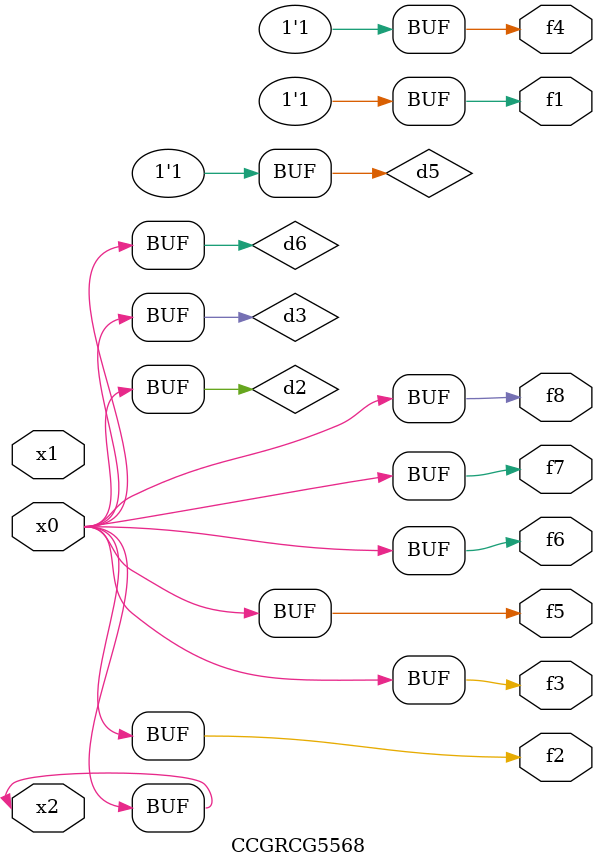
<source format=v>
module CCGRCG5568(
	input x0, x1, x2,
	output f1, f2, f3, f4, f5, f6, f7, f8
);

	wire d1, d2, d3, d4, d5, d6;

	xnor (d1, x2);
	buf (d2, x0, x2);
	and (d3, x0);
	xnor (d4, x1, x2);
	nand (d5, d1, d3);
	buf (d6, d2, d3);
	assign f1 = d5;
	assign f2 = d6;
	assign f3 = d6;
	assign f4 = d5;
	assign f5 = d6;
	assign f6 = d6;
	assign f7 = d6;
	assign f8 = d6;
endmodule

</source>
